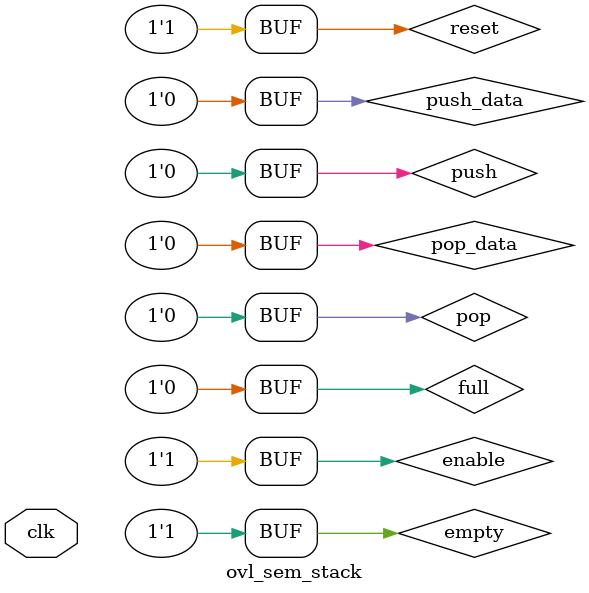
<source format=sv>
module ovl_sem_stack(input logic clk);
  logic reset = 1'b1;
  logic enable = 1'b1;
  logic push = 1'b0;
`ifdef FAIL
  logic pop = 1'b1;
`else
  logic pop = 1'b0;
`endif
  logic [0:0] push_data = 1'b0;
  logic [0:0] pop_data = 1'b0;
  logic full = 1'b0;
  logic empty = 1'b1;

  ovl_stack #(
      .depth(2),
      .width(1),
      .push_latency(0),
      .pop_latency(0)) dut (
      .clock(clk),
      .reset(reset),
      .enable(enable),
      .push(push),
      .push_data(push_data),
      .pop(pop),
      .pop_data(pop_data),
      .full(full),
      .empty(empty),
      .fire());
endmodule

</source>
